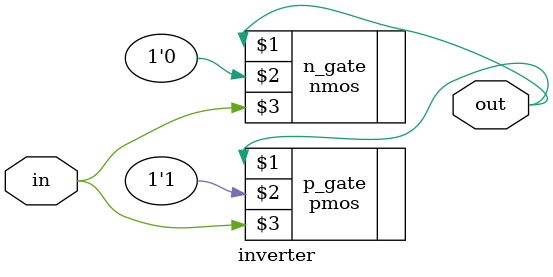
<source format=v>
module inverter (
  input               in,
  output              out
);

  pmos #(2) p_gate (out, 1'b1, in);
  nmos #(1) n_gate (out, 1'b0, in);
  
endmodule

</source>
